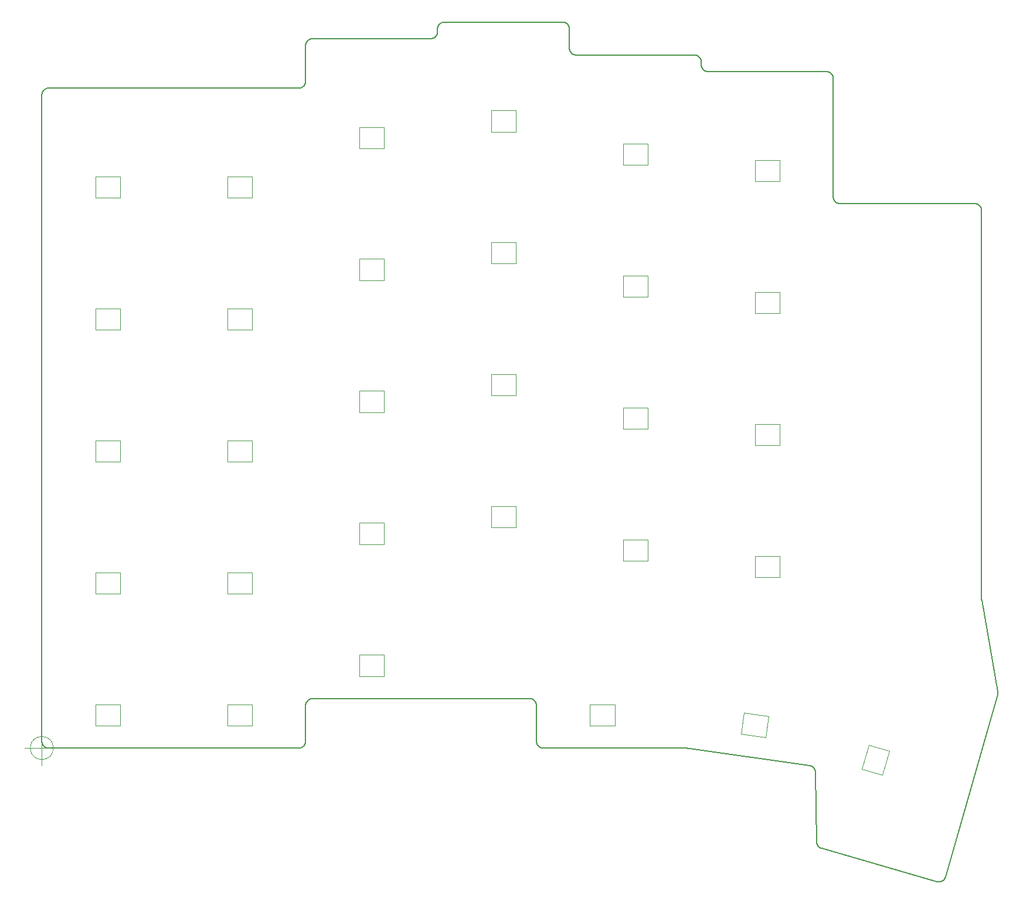
<source format=gm1>
G04 #@! TF.GenerationSoftware,KiCad,Pcbnew,5.1.10-88a1d61d58~88~ubuntu18.04.1*
G04 #@! TF.CreationDate,2021-07-03T13:59:34+09:00*
G04 #@! TF.ProjectId,swallowtail,7377616c-6c6f-4777-9461-696c2e6b6963,rev?*
G04 #@! TF.SameCoordinates,Original*
G04 #@! TF.FileFunction,Profile,NP*
%FSLAX46Y46*%
G04 Gerber Fmt 4.6, Leading zero omitted, Abs format (unit mm)*
G04 Created by KiCad (PCBNEW 5.1.10-88a1d61d58~88~ubuntu18.04.1) date 2021-07-03 13:59:34*
%MOMM*%
%LPD*%
G01*
G04 APERTURE LIST*
G04 #@! TA.AperFunction,Profile*
%ADD10C,0.050000*%
G04 #@! TD*
G04 #@! TA.AperFunction,Profile*
%ADD11C,0.200000*%
G04 #@! TD*
G04 APERTURE END LIST*
D10*
X38576196Y-152400640D02*
G75*
G03*
X38576196Y-152400640I-1666666J0D01*
G01*
X34409530Y-152400640D02*
X39409530Y-152400640D01*
X36909530Y-149900640D02*
X36909530Y-154900640D01*
X158316223Y-156279063D02*
X159308517Y-152818521D01*
X159308517Y-152818521D02*
X156352637Y-151970937D01*
X158316223Y-156279063D02*
X155360343Y-155431479D01*
X155360343Y-155431479D02*
X156352637Y-151970937D01*
X137878539Y-150381456D02*
X141443504Y-150882479D01*
X141443504Y-150882479D02*
X141871461Y-147837404D01*
X137878539Y-150381456D02*
X138306496Y-147336381D01*
X138306496Y-147336381D02*
X141871461Y-147837404D01*
X143475000Y-127746930D02*
X143475000Y-124671930D01*
X139875000Y-86571930D02*
X143475000Y-86571930D01*
X139875000Y-124671930D02*
X143475000Y-124671930D01*
X143475000Y-89646930D02*
X143475000Y-86571930D01*
X139875000Y-70600000D02*
X143475000Y-70600000D01*
X139875000Y-108696930D02*
X143475000Y-108696930D01*
X143475000Y-70600000D02*
X143475000Y-67525000D01*
X139875000Y-108696930D02*
X139875000Y-105621930D01*
X139875000Y-67525000D02*
X143475000Y-67525000D01*
X139875000Y-70600000D02*
X139875000Y-67525000D01*
X139875000Y-105621930D02*
X143475000Y-105621930D01*
X139875000Y-127746930D02*
X139875000Y-124671930D01*
X139875000Y-89646930D02*
X143475000Y-89646930D01*
X139875000Y-127746930D02*
X143475000Y-127746930D01*
X139875000Y-89646930D02*
X139875000Y-86571930D01*
X143475000Y-108696930D02*
X143475000Y-105621930D01*
X124425000Y-87271930D02*
X124425000Y-84196930D01*
X120825000Y-125371930D02*
X120825000Y-122296930D01*
X120825000Y-125371930D02*
X124425000Y-125371930D01*
X120825000Y-87271930D02*
X120825000Y-84196930D01*
X120825000Y-87271930D02*
X124425000Y-87271930D01*
X120825000Y-65150000D02*
X124425000Y-65150000D01*
X120825000Y-68225000D02*
X120825000Y-65150000D01*
X120825000Y-106321930D02*
X124425000Y-106321930D01*
X120825000Y-106321930D02*
X120825000Y-103246930D01*
X124425000Y-125371930D02*
X124425000Y-122296930D01*
X120825000Y-103246930D02*
X124425000Y-103246930D01*
X124425000Y-106321930D02*
X124425000Y-103246930D01*
X124425000Y-68225000D02*
X124425000Y-65150000D01*
X120825000Y-84196930D02*
X124425000Y-84196930D01*
X120825000Y-122296930D02*
X124425000Y-122296930D01*
X120825000Y-68225000D02*
X124425000Y-68225000D01*
X101775000Y-120596930D02*
X101775000Y-117521930D01*
X116075000Y-149171930D02*
X116075000Y-146096930D01*
X101775000Y-79421930D02*
X105375000Y-79421930D01*
X105375000Y-63450000D02*
X105375000Y-60375000D01*
X105375000Y-101546930D02*
X105375000Y-98471930D01*
X101775000Y-117521930D02*
X105375000Y-117521930D01*
X116075000Y-146096930D02*
X119675000Y-146096930D01*
X101775000Y-63450000D02*
X105375000Y-63450000D01*
X105375000Y-120596930D02*
X105375000Y-117521930D01*
X119675000Y-149171930D02*
X119675000Y-146096930D01*
X101775000Y-63450000D02*
X101775000Y-60375000D01*
X105375000Y-82496930D02*
X105375000Y-79421930D01*
X101775000Y-101546930D02*
X105375000Y-101546930D01*
X116075000Y-149171930D02*
X119675000Y-149171930D01*
X101775000Y-120596930D02*
X105375000Y-120596930D01*
X101775000Y-82496930D02*
X105375000Y-82496930D01*
X101775000Y-101546930D02*
X101775000Y-98471930D01*
X101775000Y-82496930D02*
X101775000Y-79421930D01*
X101775000Y-60375000D02*
X105375000Y-60375000D01*
X101775000Y-98471930D02*
X105375000Y-98471930D01*
X82725000Y-122996930D02*
X86325000Y-122996930D01*
X82725000Y-84896930D02*
X82725000Y-81821930D01*
X82725000Y-84896930D02*
X86325000Y-84896930D01*
X82725000Y-62775000D02*
X86325000Y-62775000D01*
X82725000Y-103946930D02*
X86325000Y-103946930D01*
X82725000Y-142046930D02*
X86325000Y-142046930D01*
X82725000Y-100871930D02*
X86325000Y-100871930D01*
X82725000Y-81821930D02*
X86325000Y-81821930D01*
X82725000Y-142046930D02*
X82725000Y-138971930D01*
X82725000Y-138971930D02*
X86325000Y-138971930D01*
X86325000Y-122996930D02*
X86325000Y-119921930D01*
X86325000Y-84896930D02*
X86325000Y-81821930D01*
X86325000Y-65850000D02*
X86325000Y-62775000D01*
X86325000Y-142046930D02*
X86325000Y-138971930D01*
X82725000Y-65850000D02*
X82725000Y-62775000D01*
X82725000Y-65850000D02*
X86325000Y-65850000D01*
X82725000Y-103946930D02*
X82725000Y-100871930D01*
X82725000Y-122996930D02*
X82725000Y-119921930D01*
X86325000Y-103946930D02*
X86325000Y-100871930D01*
X82725000Y-119921930D02*
X86325000Y-119921930D01*
X63675000Y-127046930D02*
X67275000Y-127046930D01*
X63675000Y-146096930D02*
X67275000Y-146096930D01*
X63675000Y-92021930D02*
X67275000Y-92021930D01*
X63675000Y-107996930D02*
X67275000Y-107996930D01*
X63675000Y-149171930D02*
X67275000Y-149171930D01*
X63675000Y-88946930D02*
X67275000Y-88946930D01*
X63675000Y-130121930D02*
X67275000Y-130121930D01*
X63675000Y-111071930D02*
X63675000Y-107996930D01*
X63675000Y-72975000D02*
X63675000Y-69900000D01*
X67275000Y-92021930D02*
X67275000Y-88946930D01*
X63675000Y-92021930D02*
X63675000Y-88946930D01*
X63675000Y-130121930D02*
X63675000Y-127046930D01*
X67275000Y-111071930D02*
X67275000Y-107996930D01*
X63675000Y-149171930D02*
X63675000Y-146096930D01*
X63675000Y-69900000D02*
X67275000Y-69900000D01*
X63675000Y-111071930D02*
X67275000Y-111071930D01*
X67275000Y-130121930D02*
X67275000Y-127046930D01*
X67275000Y-72975000D02*
X67275000Y-69900000D01*
X67275000Y-149171930D02*
X67275000Y-146096930D01*
X63675000Y-72975000D02*
X67275000Y-72975000D01*
X44625000Y-146096930D02*
X48225000Y-146096930D01*
X44625000Y-149171930D02*
X48225000Y-149171930D01*
X44625000Y-149171930D02*
X44625000Y-146096930D01*
X48225000Y-149171930D02*
X48225000Y-146096930D01*
X44625000Y-127046930D02*
X48225000Y-127046930D01*
X44625000Y-130121930D02*
X44625000Y-127046930D01*
X48225000Y-130121930D02*
X48225000Y-127046930D01*
X44625000Y-130121930D02*
X48225000Y-130121930D01*
X44625000Y-111071930D02*
X48225000Y-111071930D01*
X44625000Y-107996930D02*
X48225000Y-107996930D01*
X48225000Y-111071930D02*
X48225000Y-107996930D01*
X44625000Y-111071930D02*
X44625000Y-107996930D01*
X44625000Y-92021930D02*
X44625000Y-88946930D01*
X44625000Y-88946930D02*
X48225000Y-88946930D01*
X48225000Y-92021930D02*
X48225000Y-88946930D01*
X44625000Y-92021930D02*
X48225000Y-92021930D01*
X44625000Y-69900000D02*
X48225000Y-69900000D01*
X44625000Y-72975000D02*
X44625000Y-69900000D01*
X48225000Y-72975000D02*
X48225000Y-69900000D01*
X44625000Y-72975000D02*
X48225000Y-72975000D01*
D11*
X108321200Y-146073700D02*
X108331000Y-146135700D01*
X108307500Y-146012500D02*
X108321200Y-146073700D01*
X112833400Y-47943000D02*
X112788900Y-47899000D01*
X148032400Y-155003100D02*
X148089400Y-155028800D01*
X147973400Y-154981100D02*
X148032400Y-155003100D01*
X171822400Y-73839000D02*
X171760400Y-73829000D01*
X109152000Y-152387300D02*
X109214100Y-152397100D01*
X109090700Y-152373600D02*
X109152000Y-152387300D01*
X74191800Y-152386300D02*
X74253100Y-152372600D01*
X93361200Y-49960000D02*
X93301000Y-49977000D01*
X93036500Y-50009000D02*
X76002400Y-50009000D01*
X75695600Y-145310400D02*
X75755800Y-145292900D01*
X75636500Y-145331700D02*
X75695600Y-145310400D01*
X74813400Y-151991800D02*
X74848700Y-151939800D01*
X113467200Y-52160001D02*
X113420200Y-52119001D01*
X152220400Y-73821000D02*
X152141400Y-73819000D01*
X75010300Y-50884000D02*
X75004400Y-50946001D01*
X151328400Y-73303000D02*
X151300400Y-73247000D01*
X74253100Y-152372600D02*
X74313400Y-152355100D01*
X108913600Y-152309800D02*
X108971300Y-152334800D01*
X108857600Y-152281300D02*
X108913600Y-152309800D01*
X113678800Y-52294000D02*
X113622800Y-52266001D01*
X172540400Y-74395000D02*
X172511400Y-74339000D01*
X37593400Y-152355100D02*
X37653700Y-152372600D01*
X152141400Y-73819000D02*
X152079400Y-73813000D01*
X172642400Y-130996600D02*
X172636400Y-130930800D01*
X172635400Y-130873400D02*
X172635400Y-74821000D01*
X150513400Y-54820000D02*
X150453400Y-54802001D01*
X166358400Y-171702000D02*
X166420400Y-171705800D01*
X166295400Y-171694400D02*
X166358400Y-171702000D01*
X108339400Y-151405000D02*
X108341400Y-151467800D01*
X108339400Y-146277000D02*
X108339400Y-151405000D01*
X167410400Y-170981800D02*
X174947400Y-144694800D01*
X112741800Y-47858000D02*
X112692200Y-47819000D01*
X74994000Y-56278001D02*
X74984200Y-56340000D01*
X131690400Y-52546000D02*
X131636400Y-52514000D01*
X94052400Y-48993000D02*
X94049900Y-49072000D01*
X151155400Y-55462000D02*
X151134400Y-55403001D01*
X113122600Y-51577000D02*
X113112800Y-51515000D01*
X151134400Y-55403001D02*
X151109400Y-55345001D01*
X131403400Y-52421000D02*
X131341400Y-52408000D01*
X132146400Y-53265000D02*
X132136400Y-53203000D01*
X74953000Y-56462000D02*
X74931700Y-56521000D01*
X172171400Y-73977000D02*
X172117400Y-73945000D01*
X75158100Y-50473000D02*
X75126100Y-50527000D01*
X75693400Y-50058000D02*
X75634300Y-50079000D01*
X75126100Y-50527000D02*
X75097600Y-50583001D01*
X114041500Y-52388000D02*
X113979100Y-52382000D01*
X74878200Y-56635000D02*
X74846300Y-56689001D01*
X113009200Y-48202000D02*
X112980700Y-48146000D01*
X74731000Y-56837000D02*
X74686600Y-56882000D01*
X94367900Y-47899000D02*
X94323400Y-47943000D01*
X172633400Y-74758000D02*
X172627400Y-74696000D01*
X167341400Y-171157000D02*
X167368400Y-171100100D01*
X94020500Y-49258000D02*
X94003000Y-49318000D01*
X74999900Y-56216000D02*
X74994000Y-56278001D01*
X113175100Y-51758000D02*
X113153800Y-51699000D01*
X94415000Y-47858000D02*
X94367900Y-47899000D01*
X74428000Y-57057001D02*
X74370300Y-57082000D01*
X74589800Y-56962000D02*
X74537900Y-56997000D01*
X113104400Y-51374001D02*
X113104400Y-48628000D01*
X75002400Y-51009000D02*
X75002400Y-56137000D01*
X113104400Y-48628000D02*
X113102400Y-48565000D01*
X75466600Y-50165001D02*
X75414600Y-50200000D01*
X75273400Y-50324000D02*
X75231900Y-50372000D01*
X75072600Y-50641001D02*
X75051300Y-50700000D01*
X74127700Y-57145000D02*
X74065200Y-57151000D01*
X74772400Y-56790001D02*
X74731000Y-56837000D01*
X74251000Y-57121000D02*
X74189700Y-57135000D01*
X74484000Y-57029000D02*
X74428000Y-57057001D01*
X150841400Y-55001000D02*
X150792400Y-54962000D01*
X74931700Y-56521000D02*
X74906700Y-56579000D01*
X113295700Y-51977000D02*
X113260400Y-51926000D01*
X75877100Y-50017000D02*
X75815000Y-50027000D01*
X131742400Y-52581001D02*
X131690400Y-52546000D01*
X94052400Y-48628000D02*
X94052400Y-48993000D01*
X94743400Y-47677000D02*
X94684300Y-47698000D01*
X75365000Y-50238000D02*
X75317900Y-50280001D01*
X75002400Y-56137000D02*
X74999900Y-56216000D01*
X94464600Y-47819000D02*
X94415000Y-47858000D01*
X74311200Y-57104000D02*
X74251000Y-57121000D01*
X74906700Y-56579000D02*
X74878200Y-56635000D01*
X75097600Y-50583001D02*
X75072600Y-50641001D01*
X172272400Y-74050000D02*
X172223400Y-74012000D01*
X113112800Y-51515000D02*
X113106900Y-51453000D01*
X75414600Y-50200000D02*
X75365000Y-50238000D01*
X151300400Y-73247000D02*
X151275400Y-73189000D01*
X113106900Y-51453000D02*
X113104400Y-51374001D01*
X74686600Y-56882000D02*
X74639600Y-56923000D01*
X151275400Y-73189000D02*
X151253400Y-73130000D01*
X113086700Y-48441000D02*
X113073000Y-48379001D01*
X75051300Y-50700000D02*
X75033800Y-50760000D01*
X74537900Y-56997000D02*
X74484000Y-57029000D01*
X172636400Y-130930800D02*
X172635400Y-130873400D01*
X166670400Y-171681300D02*
X166731400Y-171665500D01*
X166790400Y-171645800D02*
X166849400Y-171622500D01*
X113979100Y-52382000D02*
X113917100Y-52372000D01*
X132059400Y-52964000D02*
X132030400Y-52908000D01*
X75520600Y-50133000D02*
X75466600Y-50165001D01*
X131522400Y-52460000D02*
X131463400Y-52439001D01*
X151567400Y-73591000D02*
X151520400Y-73550000D01*
X174982400Y-144509800D02*
X174986400Y-144447100D01*
X37902400Y-57153001D02*
X37839600Y-57155001D01*
X149286400Y-166787700D02*
X149340400Y-166818800D01*
X149233400Y-166753200D02*
X149286400Y-166787700D01*
X94803700Y-47659000D02*
X94743400Y-47677000D01*
X151722400Y-73697000D02*
X151668400Y-73665000D01*
X94684300Y-47698000D02*
X94626600Y-47723000D01*
X151434400Y-73458000D02*
X151395400Y-73408000D01*
X75128600Y-145779400D02*
X75160400Y-145725500D01*
X75100000Y-145835400D02*
X75128600Y-145779400D01*
X75817100Y-145279200D02*
X75879100Y-145269400D01*
X75755800Y-145292900D02*
X75817100Y-145279200D01*
X167201400Y-171364800D02*
X167241400Y-171316300D01*
X93639800Y-49818000D02*
X93587900Y-49853000D01*
X36972600Y-151772100D02*
X36997600Y-151829800D01*
X174986400Y-144447100D02*
X174986400Y-144384200D01*
X74486100Y-152280300D02*
X74540200Y-152248300D01*
X37366600Y-57309001D02*
X37314600Y-57344000D01*
X112980700Y-48146000D02*
X112948700Y-48092000D01*
X172479400Y-74285000D02*
X172444400Y-74233000D01*
X74639600Y-56923000D02*
X74589800Y-56962000D01*
X108290000Y-145952200D02*
X108307500Y-146012500D01*
X108268700Y-145893100D02*
X108290000Y-145952200D01*
X172627400Y-74696000D02*
X172617400Y-74634000D01*
X174947400Y-144694800D02*
X174963400Y-144633900D01*
X151222400Y-73008000D02*
X151212400Y-72946000D01*
X112913400Y-48040000D02*
X112874900Y-47991000D01*
X93822400Y-49646000D02*
X93781000Y-49693000D01*
X112104400Y-47628000D02*
X95052400Y-47628000D01*
X75815000Y-50027000D02*
X75753700Y-50040001D01*
X37217900Y-152133000D02*
X37265000Y-152174500D01*
X172364400Y-74136000D02*
X172320400Y-74092000D01*
X94243400Y-48040000D02*
X94208100Y-48092000D01*
X174986400Y-144384200D02*
X174981400Y-144321600D01*
X113334300Y-52027000D02*
X113295700Y-51977000D01*
X112874900Y-47991000D02*
X112833400Y-47943000D01*
X93781000Y-49693000D02*
X93736600Y-49738000D01*
X112472500Y-47698000D02*
X112413400Y-47677000D01*
X108610400Y-152089600D02*
X108654900Y-152134000D01*
X108568900Y-152042400D02*
X108610400Y-152089600D01*
X108530400Y-151992800D02*
X108568900Y-152042400D01*
X108495100Y-151940800D02*
X108530400Y-151992800D01*
X74986700Y-151591400D02*
X74996500Y-151529300D01*
X108109500Y-145623900D02*
X108148100Y-145673600D01*
X108068000Y-145576800D02*
X108109500Y-145623900D01*
X37653700Y-57184001D02*
X37593400Y-57202000D01*
X114120300Y-52390000D02*
X114041500Y-52388000D01*
X36920100Y-151591400D02*
X36933800Y-151652700D01*
X36920100Y-57966000D02*
X36910300Y-58028001D01*
X94626600Y-47723000D02*
X94570600Y-47752000D01*
X37777100Y-152396100D02*
X37839600Y-152402000D01*
X74641800Y-152174500D02*
X74688900Y-152133000D01*
X37420600Y-152280300D02*
X37476600Y-152308800D01*
X152017400Y-73803000D02*
X151955400Y-73789000D01*
X74934200Y-151772100D02*
X74955400Y-151713000D01*
X93177700Y-50001000D02*
X93115200Y-50007000D01*
X93301000Y-49977000D02*
X93239700Y-49991000D01*
X151236400Y-73070000D02*
X151222400Y-73008000D01*
X112291800Y-47646000D02*
X112229700Y-47636000D01*
X112530200Y-47723000D02*
X112472500Y-47698000D01*
X132030400Y-52908000D02*
X131998400Y-52854000D01*
X172565400Y-74453000D02*
X172540400Y-74395000D01*
X75367200Y-145491000D02*
X75417000Y-145452300D01*
X75320200Y-145532400D02*
X75367200Y-145491000D01*
X113622800Y-52266001D02*
X113568900Y-52234000D01*
X113795600Y-52341000D02*
X113736500Y-52319001D01*
X75075100Y-145893100D02*
X75100000Y-145835400D01*
X75053800Y-145952200D02*
X75075100Y-145893100D01*
X75578800Y-145356600D02*
X75636500Y-145331700D01*
X75522800Y-145385200D02*
X75578800Y-145356600D01*
X74909200Y-151829800D02*
X74934200Y-151772100D01*
X148561400Y-155514200D02*
X148585400Y-155572400D01*
X148533400Y-155457900D02*
X148561400Y-155514200D01*
X107464700Y-145269400D02*
X107526600Y-145279200D01*
X107402200Y-145263500D02*
X107464700Y-145269400D01*
X112167200Y-47630000D02*
X112104400Y-47628000D01*
X75012800Y-146135700D02*
X75022600Y-146073700D01*
X75006900Y-146198200D02*
X75012800Y-146135700D01*
X149183399Y-166715500D02*
X149233400Y-166753200D01*
X149135399Y-166674700D02*
X149183399Y-166715500D01*
X149397399Y-166846500D02*
X149455400Y-166870500D01*
X149340400Y-166818800D02*
X149397399Y-166846500D01*
X151204400Y-55771000D02*
X151202400Y-55708001D01*
X37653700Y-152372600D02*
X37715000Y-152386300D01*
X37534300Y-152333800D02*
X37593400Y-152355100D01*
X36910300Y-151529300D02*
X36920100Y-151591400D01*
X112948700Y-48092000D02*
X112913400Y-48040000D01*
X93956800Y-49435000D02*
X93928200Y-49491000D01*
X94044000Y-49134000D02*
X94034200Y-49196001D01*
X75317900Y-50280001D02*
X75273400Y-50324000D01*
X36904400Y-151466800D02*
X36910300Y-151529300D01*
X76002400Y-50009000D02*
X75939600Y-50011001D01*
X94281900Y-47991000D02*
X94243400Y-48040000D01*
X75468900Y-145417100D02*
X75522800Y-145385200D01*
X75417000Y-145452300D02*
X75468900Y-145417100D01*
X74774900Y-152041400D02*
X74813400Y-151991800D01*
X93587900Y-49853000D02*
X93534000Y-49885000D01*
X37902400Y-152404000D02*
X74004400Y-152404000D01*
X147912400Y-154962600D02*
X147973400Y-154981100D01*
X147852400Y-154948100D02*
X147912400Y-154962600D01*
X148345400Y-155208300D02*
X148389400Y-155253300D01*
X148298400Y-155166100D02*
X148345400Y-155208300D01*
X108409600Y-151773100D02*
X108434600Y-151830800D01*
X108388300Y-151714000D02*
X108409600Y-151773100D01*
X172003400Y-73891000D02*
X171944400Y-73870000D01*
X109030400Y-152356100D02*
X109090700Y-152373600D01*
X108971300Y-152334800D02*
X109030400Y-152356100D01*
X108336900Y-146198200D02*
X108339400Y-146277000D01*
X108331000Y-146135700D02*
X108336900Y-146198200D01*
X75195700Y-145673600D02*
X75234300Y-145623800D01*
X75160400Y-145725500D02*
X75195700Y-145673600D01*
X37265000Y-152174500D02*
X37314600Y-152213000D01*
X166234400Y-171682800D02*
X166295400Y-171694400D01*
X166173400Y-171667400D02*
X166234400Y-171682800D01*
X75275800Y-145576800D02*
X75320200Y-145532400D01*
X75234300Y-145623800D02*
X75275800Y-145576800D01*
X37026100Y-151885800D02*
X37058100Y-151939800D01*
X37058100Y-151939800D02*
X37093400Y-151991800D01*
X171944400Y-73870000D02*
X171884400Y-73852000D01*
X148940400Y-166430500D02*
X148972400Y-166484100D01*
X148910400Y-166375000D02*
X148940400Y-166430500D01*
X37420600Y-57277000D02*
X37366600Y-57309001D01*
X107323500Y-145261000D02*
X107402200Y-145263500D01*
X76020300Y-145261000D02*
X107323500Y-145261000D01*
X37314600Y-57344000D02*
X37265000Y-57382000D01*
X74973000Y-151652700D02*
X74986700Y-151591400D01*
X74811100Y-56740000D02*
X74772400Y-56790001D01*
X37534300Y-57223000D02*
X37476600Y-57248000D01*
X108463100Y-151886800D02*
X108495100Y-151940800D01*
X108434600Y-151830800D02*
X108463100Y-151886800D01*
X37839600Y-152402000D02*
X37902400Y-152404000D01*
X148884400Y-166317800D02*
X148910400Y-166375000D01*
X148862399Y-166259000D02*
X148884400Y-166317800D01*
X74848700Y-151939800D02*
X74880700Y-151885800D01*
X93534000Y-49885000D02*
X93478000Y-49913000D01*
X75002400Y-151466800D02*
X75004400Y-151404000D01*
X74996500Y-151529300D02*
X75002400Y-151466800D01*
X150204400Y-54771000D02*
X133170400Y-54771000D01*
X149009400Y-166535500D02*
X149048400Y-166584500D01*
X148972400Y-166484100D02*
X149009400Y-166535500D01*
X37093400Y-151991800D02*
X37131900Y-152041400D01*
X113055400Y-48319000D02*
X113034200Y-48260000D01*
X37476600Y-152308800D02*
X37534300Y-152333800D01*
X93115200Y-50007000D02*
X93036500Y-50009000D01*
X167013400Y-171531300D02*
X167064400Y-171494100D01*
X151668400Y-73665000D02*
X151617400Y-73630000D01*
X149090400Y-166631000D02*
X149135399Y-166674700D01*
X149048400Y-166584500D02*
X149090400Y-166631000D01*
X151395400Y-73408000D02*
X151360400Y-73357000D01*
X148808399Y-165950800D02*
X148811400Y-166013500D01*
X148651400Y-155919700D02*
X148808399Y-165950800D01*
X113375800Y-52074000D02*
X113334300Y-52027000D01*
X113917100Y-52372000D02*
X113855800Y-52358000D01*
X94003000Y-49318000D02*
X93981700Y-49377000D01*
X132384400Y-54408000D02*
X132345400Y-54358000D01*
X172653400Y-131074500D02*
X172642400Y-130996600D01*
X113420200Y-52119001D02*
X113375800Y-52074000D01*
X148649400Y-155885900D02*
X148651400Y-155919700D01*
X148644400Y-155815600D02*
X148649400Y-155885900D01*
X166905400Y-171595600D02*
X166960400Y-171565100D01*
X94034200Y-49196001D02*
X94020500Y-49258000D01*
X108243700Y-145835400D02*
X108268700Y-145893100D01*
X108215300Y-145779500D02*
X108243700Y-145835400D01*
X113855800Y-52358000D02*
X113795600Y-52341000D01*
X74846300Y-56689001D02*
X74811100Y-56740000D01*
X94989600Y-47630000D02*
X94927100Y-47636000D01*
X73986500Y-57153001D02*
X37902400Y-57153001D01*
X151360400Y-73357000D02*
X151328400Y-73303000D01*
X94323400Y-47943000D02*
X94281900Y-47991000D01*
X113153800Y-51699000D02*
X113136300Y-51639000D01*
X75004400Y-146276900D02*
X75006900Y-146198200D01*
X75004400Y-151404000D02*
X75004400Y-146276900D01*
X148144400Y-155058100D02*
X148198400Y-155090800D01*
X148089400Y-155028800D02*
X148144400Y-155058100D01*
X75036300Y-146012400D02*
X75053800Y-145952200D01*
X75022600Y-146073700D02*
X75036300Y-146012400D01*
X36972600Y-57785001D02*
X36951300Y-57844000D01*
X37265000Y-57382000D02*
X37217900Y-57424000D01*
X37593400Y-57202000D02*
X37534300Y-57223000D01*
X36904400Y-58090000D02*
X36902400Y-58153001D01*
X37314600Y-152213000D02*
X37366600Y-152248300D01*
X151186400Y-55584000D02*
X151173400Y-55522000D01*
X93928200Y-49491000D02*
X93896300Y-49545000D01*
X36902400Y-151404000D02*
X36904400Y-151466800D01*
X37839600Y-57155001D02*
X37777100Y-57161000D01*
X150453400Y-54802001D02*
X150391399Y-54789000D01*
X37093400Y-57565000D02*
X37058100Y-57617001D01*
X94570600Y-47752000D02*
X94516600Y-47784000D01*
X37476600Y-57248000D02*
X37420600Y-57277000D01*
X93689600Y-49779000D02*
X93639800Y-49818000D01*
X151520400Y-73550000D02*
X151475400Y-73505000D01*
X113200000Y-51816000D02*
X113175100Y-51758000D01*
X36902400Y-58153001D02*
X36902400Y-151404000D01*
X37131900Y-57516001D02*
X37093400Y-57565000D01*
X167241400Y-171316300D02*
X167277400Y-171265300D01*
X108702000Y-152175500D02*
X108751600Y-152214000D01*
X108654900Y-152134000D02*
X108702000Y-152175500D01*
X149533400Y-166896300D02*
X166173400Y-171667400D01*
X149455400Y-166870500D02*
X149533400Y-166896300D01*
X37026100Y-57671000D02*
X36997600Y-57727000D01*
X36910300Y-58028001D02*
X36904400Y-58090000D01*
X151617400Y-73630000D02*
X151567400Y-73591000D01*
X148502400Y-155403500D02*
X148533400Y-155457900D01*
X148467400Y-155351100D02*
X148502400Y-155403500D01*
X148818400Y-166076000D02*
X148829400Y-166137900D01*
X148811400Y-166013500D02*
X148818400Y-166076000D01*
X37173400Y-57468001D02*
X37131900Y-57516001D01*
X37058100Y-57617001D02*
X37026100Y-57671000D01*
X93861100Y-49596000D02*
X93822400Y-49646000D01*
X36933800Y-57904000D02*
X36920100Y-57966000D01*
X93981700Y-49377000D02*
X93956800Y-49435000D01*
X167390400Y-171041600D02*
X167410400Y-170981800D01*
X75193400Y-50421000D02*
X75158100Y-50473000D01*
X151206400Y-72884000D02*
X151204400Y-72805000D01*
X74592200Y-152213000D02*
X74641800Y-152174500D01*
X113136300Y-51639000D02*
X113122600Y-51577000D01*
X147774400Y-154934700D02*
X147852400Y-154948100D01*
X129859400Y-152416500D02*
X147774400Y-154934700D01*
X75020100Y-50822000D02*
X75010300Y-50884000D01*
X107926800Y-145452400D02*
X107976600Y-145491000D01*
X107874900Y-145417100D02*
X107926800Y-145452400D01*
X37217900Y-57424000D02*
X37173400Y-57468001D01*
X151202400Y-55708001D02*
X151196400Y-55646000D01*
X148635399Y-155753600D02*
X148644400Y-155815600D01*
X148622400Y-155692200D02*
X148635399Y-155753600D01*
X75753700Y-50040001D02*
X75693400Y-50058000D01*
X36951300Y-151713000D02*
X36972600Y-151772100D01*
X107707300Y-145331700D02*
X107765000Y-145356700D01*
X107648200Y-145310400D02*
X107707300Y-145331700D01*
X151212400Y-72946000D02*
X151206400Y-72884000D01*
X166420400Y-171705800D02*
X166483400Y-171705500D01*
X36951300Y-57844000D02*
X36933800Y-57904000D01*
X148844399Y-166198900D02*
X148862399Y-166259000D01*
X148829400Y-166137900D02*
X148844399Y-166198900D01*
X37131900Y-152041400D02*
X37173400Y-152088600D01*
X107821000Y-145385200D02*
X107874900Y-145417100D01*
X107765000Y-145356700D02*
X107821000Y-145385200D01*
X37715000Y-152386300D02*
X37777100Y-152396100D01*
X127391400Y-152405000D02*
X129684400Y-152404000D01*
X109339400Y-152405000D02*
X127391400Y-152405000D01*
X113073000Y-48379001D02*
X113055400Y-48319000D01*
X36997600Y-151829800D02*
X37026100Y-151885800D01*
X93736600Y-49738000D02*
X93689600Y-49779000D01*
X151196400Y-55646000D02*
X151186400Y-55584000D01*
X75033800Y-50760000D02*
X75020100Y-50822000D01*
X37777100Y-57161000D02*
X37715000Y-57171000D01*
X151048400Y-55235000D02*
X151013400Y-55183000D01*
X37366600Y-152248300D02*
X37420600Y-152280300D01*
X166960400Y-171565100D02*
X167013400Y-171531300D01*
X171635400Y-73821000D02*
X152220400Y-73821000D01*
X109276600Y-152403100D02*
X109339400Y-152405000D01*
X109214100Y-152397100D02*
X109276600Y-152403100D01*
X95052400Y-47628000D02*
X94989600Y-47630000D01*
X172405400Y-74184000D02*
X172364400Y-74136000D01*
X37715000Y-57171000D02*
X37653700Y-57184001D01*
X152079400Y-73813000D02*
X152017400Y-73803000D01*
X172117400Y-73945000D02*
X172061400Y-73916000D01*
X151778400Y-73725000D02*
X151722400Y-73697000D01*
X93420300Y-49938000D02*
X93361200Y-49960000D01*
X172586400Y-74512000D02*
X172565400Y-74453000D01*
X36997600Y-57727000D02*
X36972600Y-57785001D01*
X75939600Y-50011001D02*
X75877100Y-50017000D01*
X94516600Y-47784000D02*
X94464600Y-47819000D01*
X74004400Y-152404000D02*
X74067200Y-152402000D01*
X74733400Y-152088600D02*
X74774900Y-152041400D01*
X167368400Y-171100100D02*
X167390400Y-171041600D01*
X151895400Y-73772000D02*
X151836400Y-73750000D01*
X74688900Y-152133000D02*
X74733400Y-152088600D01*
X151836400Y-73750000D02*
X151778400Y-73725000D01*
X93896300Y-49545000D02*
X93861100Y-49596000D01*
X93478000Y-49913000D02*
X93420300Y-49938000D01*
X131463400Y-52439001D02*
X131403400Y-52421000D01*
X133091400Y-54769000D02*
X133029400Y-54763000D01*
X166849400Y-171622500D02*
X166905400Y-171595600D01*
X151253400Y-73130000D02*
X151236400Y-73070000D01*
X113228600Y-51872000D02*
X113200000Y-51816000D01*
X94060300Y-48503000D02*
X94054400Y-48565000D01*
X107588000Y-145292900D02*
X107648200Y-145310400D01*
X107526600Y-145279200D02*
X107588000Y-145292900D01*
X148605399Y-155631600D02*
X148622400Y-155692200D01*
X148585400Y-155572400D02*
X148605399Y-155631600D01*
X74370300Y-57082000D02*
X74311200Y-57104000D01*
X74065200Y-57151000D02*
X73986500Y-57153001D01*
X113736500Y-52319001D02*
X113678800Y-52294000D01*
X74955400Y-151713000D02*
X74973000Y-151652700D01*
X112640200Y-47784000D02*
X112586100Y-47752000D01*
X113096500Y-48503000D02*
X113086700Y-48441000D01*
X108347300Y-151530400D02*
X108357100Y-151592400D01*
X108341400Y-151467800D02*
X108347300Y-151530400D01*
X75231900Y-50372000D02*
X75193400Y-50421000D01*
X148249399Y-155126800D02*
X148298400Y-155166100D01*
X148198400Y-155090800D02*
X148249399Y-155126800D01*
X75004400Y-50946001D02*
X75002400Y-51009000D01*
X174963400Y-144633900D02*
X174974400Y-144572100D01*
X113568900Y-52234000D02*
X113517000Y-52199000D01*
X167064400Y-171494100D02*
X167112400Y-171453900D01*
X108803600Y-152249300D02*
X108857600Y-152281300D01*
X108751600Y-152214000D02*
X108803600Y-152249300D01*
X108370800Y-151653700D02*
X108388300Y-151714000D01*
X108357100Y-151592400D02*
X108370800Y-151653700D01*
X74067200Y-152402000D02*
X74129700Y-152396100D01*
X74129700Y-152396100D02*
X74191800Y-152386300D01*
X167277400Y-171265300D02*
X167311400Y-171212200D01*
X108023600Y-145532400D02*
X108068000Y-145576800D01*
X107976600Y-145491000D02*
X108023600Y-145532400D01*
X113517000Y-52199000D02*
X113467200Y-52160001D01*
X93239700Y-49991000D02*
X93177700Y-50001000D01*
X150933400Y-55086000D02*
X150889400Y-55042000D01*
X132567400Y-54580000D02*
X132517400Y-54541000D01*
X74313400Y-152355100D02*
X74372500Y-152333800D01*
X94865000Y-47646000D02*
X94803700Y-47659000D01*
X112229700Y-47636000D02*
X112167200Y-47630000D01*
X133170400Y-54771000D02*
X133091400Y-54769000D01*
X132618400Y-54615000D02*
X132567400Y-54580000D01*
X94054400Y-48565000D02*
X94052400Y-48628000D01*
X131217400Y-52392000D02*
X131154400Y-52390000D01*
X132136400Y-53203000D02*
X132123400Y-53141001D01*
X151173400Y-55522000D02*
X151155400Y-55462000D01*
X94122600Y-48260000D02*
X94101300Y-48319000D01*
X151109400Y-55345001D02*
X151080400Y-55289000D01*
X36933800Y-151652700D02*
X36951300Y-151713000D01*
X132672400Y-54647000D02*
X132618400Y-54615000D01*
X172223400Y-74012000D02*
X172171400Y-73977000D01*
X171760400Y-73829000D02*
X171698400Y-73823000D01*
X132310400Y-54307001D02*
X132278400Y-54253000D01*
X172320400Y-74092000D02*
X172272400Y-74050000D01*
X172444400Y-74233000D02*
X172405400Y-74184000D01*
X74372500Y-152333800D02*
X74430200Y-152308800D01*
X132905400Y-54739000D02*
X132845400Y-54722000D01*
X172604400Y-74572000D02*
X172586400Y-74512000D01*
X150572400Y-54841000D02*
X150513400Y-54820000D01*
X151080400Y-55289000D02*
X151048400Y-55235000D01*
X171698400Y-73823000D02*
X171635400Y-73821000D01*
X167158400Y-171410800D02*
X167201400Y-171364800D01*
X150686400Y-54895000D02*
X150630399Y-54866000D01*
X172617400Y-74634000D02*
X172604400Y-74572000D01*
X132154400Y-53390000D02*
X132152400Y-53327000D01*
X132345400Y-54358000D02*
X132310400Y-54307001D01*
X132786400Y-54700000D02*
X132728400Y-54675000D01*
X131636400Y-52514000D02*
X131580400Y-52485000D01*
X131883400Y-52705000D02*
X131839400Y-52661000D01*
X94208100Y-48092000D02*
X94176100Y-48146000D01*
X132154400Y-53755000D02*
X132154400Y-53390000D01*
X112413400Y-47677000D02*
X112353100Y-47659000D01*
X132105400Y-53081001D02*
X132084400Y-53022000D01*
X131341400Y-52408000D02*
X131279400Y-52398001D01*
X150740400Y-54927001D02*
X150686400Y-54895000D01*
X150889400Y-55042000D02*
X150841400Y-55001000D01*
X131963400Y-52802001D02*
X131925400Y-52753000D01*
X113102400Y-48565000D02*
X113096500Y-48503000D01*
X131998400Y-52854000D02*
X131963400Y-52802001D01*
X132172400Y-53958001D02*
X132162400Y-53896000D01*
X151475400Y-73505000D02*
X151434400Y-73458000D01*
X150630399Y-54866000D02*
X150572400Y-54841000D01*
X151955400Y-73789000D02*
X151895400Y-73772000D01*
X167112400Y-171453900D02*
X167158400Y-171410800D01*
X132517400Y-54541000D02*
X132470400Y-54500000D01*
X74430200Y-152308800D02*
X74486100Y-152280300D01*
X132728400Y-54675000D02*
X132672400Y-54647000D01*
X132967400Y-54753000D02*
X132905400Y-54739000D01*
X132278400Y-54253000D02*
X132250400Y-54197000D01*
X94147600Y-48202000D02*
X94122600Y-48260000D01*
X166483400Y-171705500D02*
X166546400Y-171701400D01*
X132162400Y-53896000D02*
X132156400Y-53834000D01*
X132470400Y-54500000D02*
X132425400Y-54455000D01*
X132156400Y-53834000D02*
X132154400Y-53755000D01*
X166608400Y-171693300D02*
X166670400Y-171681300D01*
X174981400Y-144321600D02*
X174971400Y-144245800D01*
X131154400Y-52390000D02*
X114120300Y-52390000D01*
X94176100Y-48146000D02*
X94147600Y-48202000D01*
X131791400Y-52619001D02*
X131742400Y-52581001D01*
X112353100Y-47659000D02*
X112291800Y-47646000D01*
X131279400Y-52398001D02*
X131217400Y-52392000D01*
X174971400Y-144245800D02*
X172653400Y-131074500D01*
X151013400Y-55183000D02*
X150974400Y-55134000D01*
X132152400Y-53327000D02*
X132146400Y-53265000D01*
X150329400Y-54779000D02*
X150267399Y-54773001D01*
X172511400Y-74339000D02*
X172479400Y-74285000D01*
X174974400Y-144572100D02*
X174982400Y-144509800D01*
X132123400Y-53141001D02*
X132105400Y-53081001D01*
X150391399Y-54789000D02*
X150329400Y-54779000D01*
X171884400Y-73852000D02*
X171822400Y-73839000D01*
X166546400Y-171701400D02*
X166608400Y-171693300D01*
X131580400Y-52485000D02*
X131522400Y-52460000D01*
X132225400Y-54139000D02*
X132203400Y-54080000D01*
X94101300Y-48319000D02*
X94083800Y-48379001D01*
X94083800Y-48379001D02*
X94070100Y-48441000D01*
X132425400Y-54455000D02*
X132384400Y-54408000D01*
X131839400Y-52661000D02*
X131791400Y-52619001D01*
X132084400Y-53022000D02*
X132059400Y-52964000D01*
X133029400Y-54763000D02*
X132967400Y-54753000D01*
X150974400Y-55134000D02*
X150933400Y-55086000D01*
X132186400Y-54020000D02*
X132172400Y-53958001D01*
X94070100Y-48441000D02*
X94060300Y-48503000D01*
X167311400Y-171212200D02*
X167341400Y-171157000D01*
X132845400Y-54722000D02*
X132786400Y-54700000D01*
X74540200Y-152248300D02*
X74592200Y-152213000D01*
X150792400Y-54962000D02*
X150740400Y-54927001D01*
X112586100Y-47752000D02*
X112530200Y-47723000D01*
X132203400Y-54080000D02*
X132186400Y-54020000D01*
X131925400Y-52753000D02*
X131883400Y-52705000D01*
X113034200Y-48260000D02*
X113009200Y-48202000D01*
X74970500Y-56402000D02*
X74953000Y-56462000D01*
X132250400Y-54197000D02*
X132225400Y-54139000D01*
X74189700Y-57135000D02*
X74127700Y-57145000D01*
X150267399Y-54773001D02*
X150204400Y-54771000D01*
X74880700Y-151885800D02*
X74909200Y-151829800D01*
X108183300Y-145725500D02*
X108215300Y-145779500D01*
X108148100Y-145673600D02*
X108183300Y-145725500D01*
X112788900Y-47899000D02*
X112741800Y-47858000D01*
X172635400Y-74821000D02*
X172633400Y-74758000D01*
X94049900Y-49072000D02*
X94044000Y-49134000D01*
X94927100Y-47636000D02*
X94865000Y-47646000D01*
X151204400Y-72805000D02*
X151204400Y-55771000D01*
X172061400Y-73916000D02*
X172003400Y-73891000D01*
X166731400Y-171665500D02*
X166790400Y-171645800D01*
X112692200Y-47819000D02*
X112640200Y-47784000D01*
X75941500Y-145263500D02*
X76020300Y-145261000D01*
X75879100Y-145269400D02*
X75941500Y-145263500D01*
X37173400Y-152088600D02*
X37217900Y-152133000D01*
X113260400Y-51926000D02*
X113228600Y-51872000D01*
X75634300Y-50079000D02*
X75576600Y-50104000D01*
X74984200Y-56340000D02*
X74970500Y-56402000D01*
X129759400Y-152406400D02*
X129859400Y-152416500D01*
X129684400Y-152404000D02*
X129759400Y-152406400D01*
X148429400Y-155300800D02*
X148467400Y-155351100D01*
X148389400Y-155253300D02*
X148429400Y-155300800D01*
X75576600Y-50104000D02*
X75520600Y-50133000D01*
M02*

</source>
